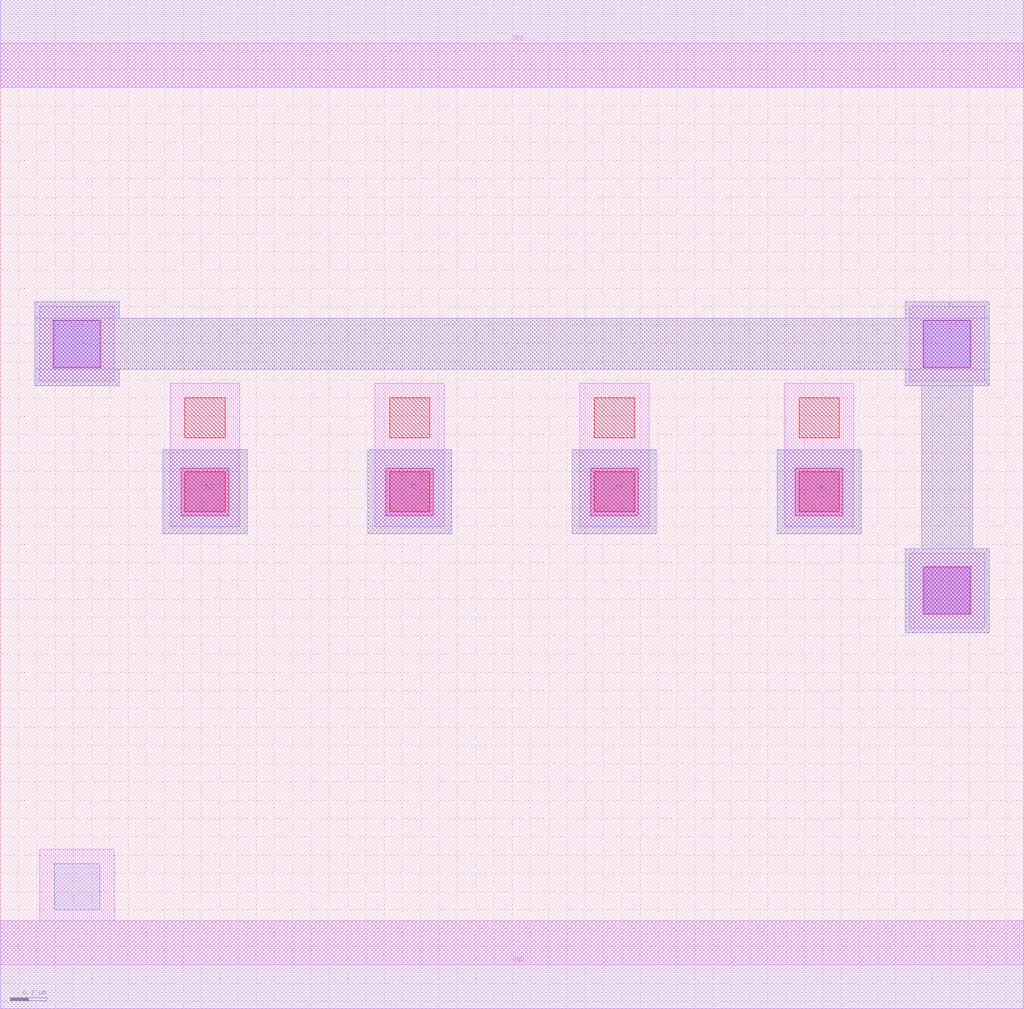
<source format=lef>
MACRO NAND4
 CLASS CORE ;
 FOREIGN NAND4 0 0 ;
 SIZE 5.6000000000000005 BY 5.04 ;
 ORIGIN 0 0 ;
 SYMMETRY X Y R90 ;
 SITE unit ;
  PIN VDD
   DIRECTION INOUT ;
   USE POWER ;
   SHAPE ABUTMENT ;
    PORT
     CLASS CORE ;
       LAYER met1 ;
        RECT 0.00000000 4.80000000 5.60000000 5.28000000 ;
    END
  END VDD

  PIN GND
   DIRECTION INOUT ;
   USE POWER ;
   SHAPE ABUTMENT ;
    PORT
     CLASS CORE ;
       LAYER met1 ;
        RECT 0.00000000 -0.24000000 5.60000000 0.24000000 ;
    END
  END GND

  PIN Y
   DIRECTION INOUT ;
   USE SIGNAL ;
   SHAPE ABUTMENT ;
    PORT
     CLASS CORE ;
       LAYER met2 ;
        RECT 4.95000000 1.81700000 5.41000000 2.27700000 ;
        RECT 5.04000000 2.27700000 5.32000000 3.16700000 ;
        RECT 0.19000000 3.16700000 0.65000000 3.25700000 ;
        RECT 4.95000000 3.16700000 5.41000000 3.25700000 ;
        RECT 0.19000000 3.25700000 5.41000000 3.53700000 ;
        RECT 0.19000000 3.53700000 0.65000000 3.62700000 ;
        RECT 4.95000000 3.53700000 5.41000000 3.62700000 ;
    END
  END Y

  PIN A
   DIRECTION INOUT ;
   USE SIGNAL ;
   SHAPE ABUTMENT ;
    PORT
     CLASS CORE ;
       LAYER met2 ;
        RECT 4.25000000 2.35700000 4.71000000 2.81700000 ;
    END
  END A

  PIN A3
   DIRECTION INOUT ;
   USE SIGNAL ;
   SHAPE ABUTMENT ;
    PORT
     CLASS CORE ;
       LAYER met2 ;
        RECT 0.89000000 2.35700000 1.35000000 2.81700000 ;
    END
  END A3

  PIN A1
   DIRECTION INOUT ;
   USE SIGNAL ;
   SHAPE ABUTMENT ;
    PORT
     CLASS CORE ;
       LAYER met2 ;
        RECT 3.13000000 2.35700000 3.59000000 2.81700000 ;
    END
  END A1

  PIN A2
   DIRECTION INOUT ;
   USE SIGNAL ;
   SHAPE ABUTMENT ;
    PORT
     CLASS CORE ;
       LAYER met2 ;
        RECT 2.01000000 2.35700000 2.47000000 2.81700000 ;
    END
  END A2

 OBS
    LAYER polycont ;
     RECT 1.01000000 2.47700000 1.23000000 2.69700000 ;
     RECT 2.13000000 2.47700000 2.35000000 2.69700000 ;
     RECT 3.25000000 2.47700000 3.47000000 2.69700000 ;
     RECT 4.37000000 2.47700000 4.59000000 2.69700000 ;
     RECT 1.01000000 2.88200000 1.23000000 3.10200000 ;
     RECT 2.13000000 2.88200000 2.35000000 3.10200000 ;
     RECT 3.25000000 2.88200000 3.47000000 3.10200000 ;
     RECT 4.37000000 2.88200000 4.59000000 3.10200000 ;

    LAYER pdiffc ;
     RECT 0.29500000 3.27200000 0.54500000 3.52200000 ;
     RECT 5.05500000 3.27200000 5.30500000 3.52200000 ;

    LAYER ndiffc ;
     RECT 0.29500000 0.30200000 0.54500000 0.55200000 ;
     RECT 5.05500000 1.92200000 5.30500000 2.17200000 ;

    LAYER met1 ;
     RECT 0.00000000 -0.24000000 5.60000000 0.24000000 ;
     RECT 0.21500000 0.24000000 0.62500000 0.63200000 ;
     RECT 4.97500000 1.84200000 5.38500000 2.25200000 ;
     RECT 0.93000000 2.39700000 1.31000000 3.18200000 ;
     RECT 2.05000000 2.39700000 2.43000000 3.18200000 ;
     RECT 3.17000000 2.39700000 3.55000000 3.18200000 ;
     RECT 4.29000000 2.39700000 4.67000000 3.18200000 ;
     RECT 0.21500000 3.19200000 0.62500000 3.60200000 ;
     RECT 4.97500000 3.19200000 5.38500000 3.60200000 ;
     RECT 0.00000000 4.80000000 5.60000000 5.28000000 ;

    LAYER via1 ;
     RECT 5.05000000 1.91700000 5.31000000 2.17700000 ;
     RECT 0.99000000 2.45700000 1.25000000 2.71700000 ;
     RECT 2.11000000 2.45700000 2.37000000 2.71700000 ;
     RECT 3.23000000 2.45700000 3.49000000 2.71700000 ;
     RECT 4.35000000 2.45700000 4.61000000 2.71700000 ;
     RECT 0.29000000 3.26700000 0.55000000 3.52700000 ;
     RECT 5.05000000 3.26700000 5.31000000 3.52700000 ;

    LAYER met2 ;
     RECT 0.89000000 2.35700000 1.35000000 2.81700000 ;
     RECT 2.01000000 2.35700000 2.47000000 2.81700000 ;
     RECT 3.13000000 2.35700000 3.59000000 2.81700000 ;
     RECT 4.25000000 2.35700000 4.71000000 2.81700000 ;
     RECT 4.95000000 1.81700000 5.41000000 2.27700000 ;
     RECT 5.04000000 2.27700000 5.32000000 3.16700000 ;
     RECT 0.19000000 3.16700000 0.65000000 3.25700000 ;
     RECT 4.95000000 3.16700000 5.41000000 3.25700000 ;
     RECT 0.19000000 3.25700000 5.41000000 3.53700000 ;
     RECT 0.19000000 3.53700000 0.65000000 3.62700000 ;
     RECT 4.95000000 3.53700000 5.41000000 3.62700000 ;

 END
END NAND4

</source>
